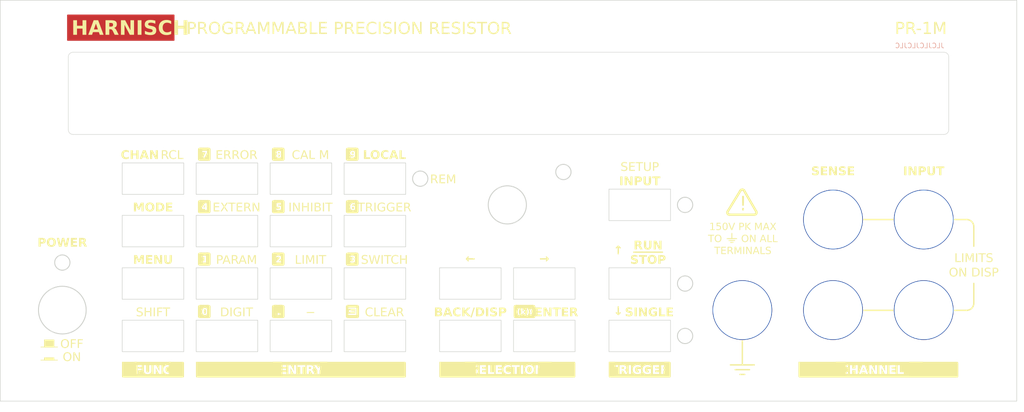
<source format=kicad_pcb>
(kicad_pcb (version 20221018) (generator pcbnew)
  (layers (0 "F.Cu" signal) (31 "B.Cu" signal) (34 "B.Paste" user) (35 "F.Paste" user) (36 "B.SilkS" user "B.Silkscreen") (37 "F.SilkS" user "F.Silkscreen") (38 "B.Mask" user) (39 "F.Mask" user) (44 "Edge.Cuts" user))
  (net 0 "")
  (footprint "02_Sebastian_FrontPanel:CK PE" (layer "F.Cu") (at 122 98.4)
    (fp_text reference "SW14" hide)
    (fp_text value "CK PE xx")
    (fp_rect (start -6.45 -3.3) (end 6.45 3.3) (stroke (width 0.12)) (fill none) (layer "Edge.Cuts"))
  )
  (footprint "02_Sebastian_FrontPanel:CK PE" (layer "F.Cu") (at 157.5 87.4)
    (fp_text reference "SW19" hide)
    (fp_text value "CK PE xx")
    (fp_rect (start -6.45 -3.3) (end 6.45 3.3) (stroke (width 0.12)) (fill none) (layer "Edge.Cuts"))
  )
  (footprint "02_Sebastian_FrontPanel:CK PE" (layer "F.Cu") (at 122 65.4)
    (fp_text reference "SW6" hide)
    (fp_text value "CK PE xx")
    (fp_rect (start -6.45 -3.3) (end 6.45 3.3) (stroke (width 0.12)) (fill none) (layer "Edge.Cuts"))
  )
  (footprint "02_Sebastian_FrontPanel:CK PE" (layer "F.Cu") (at 75.5 87.4)
    (fp_text reference "SW9" hide)
    (fp_text value "CK PE xx")
    (fp_rect (start -6.45 -3.3) (end 6.45 3.3) (stroke (width 0.12)) (fill none) (layer "Edge.Cuts"))
  )
  (footprint "02_Sebastian_FrontPanel:CK PE" (layer "F.Cu") (at 142 98.4)
    (fp_text reference "SW16" hide)
    (fp_text value "CK PE xx")
    (fp_rect (start -6.45 -3.3) (end 6.45 3.3) (stroke (width 0.12)) (fill none) (layer "Edge.Cuts"))
  )
  (footprint "02_Sebastian_FrontPanel:CK PE" (layer "F.Cu") (at 91 98.4)
    (fp_text reference "SW5" hide)
    (fp_text value "CK PE xx")
    (fp_rect (start -6.45 -3.3) (end 6.45 3.3) (stroke (width 0.12)) (fill none) (layer "Edge.Cuts"))
  )
  (footprint "01_Sebastian:Triangle_Warning" (layer "F.Cu") (at 199 70.975)
    (fp_text reference "LOGO1" hide)
    (fp_text value "SYMBOL_TRIANGLE_WARNING")
    (fp_text user "!" (at -0.7 1.6 unlocked) (layer "F.SilkS") (effects (font (size 3 3)) (justify left bottom)))
    (fp_line (start -3.095999 1.333989) (end -0.403837 -3.062981) (stroke (width 0.5)) (layer "F.SilkS"))
    (fp_line (start -2.695727 1.9812) (end 2.543634 1.9812) (stroke (width 0.5)) (layer "F.SilkS"))
    (fp_line (start 2.904 1.310948) (end 0.356801 -3.086021) (stroke (width 0.5)) (layer "F.SilkS"))
    (fp_arc (start -2.695727 1.9812) (mid -3.076349 1.769218) (end -3.095999 1.333989) (stroke (width 0.5)) (layer "F.SilkS"))
    (fp_arc (start -0.403837 -3.062981) (mid -0.029943 -3.286619) (end 0.356801 -3.086021) (stroke (width 0.5)) (layer "F.SilkS"))
    (fp_arc (start 2.904 1.310948) (mid 2.910729 1.746568) (end 2.543634 1.9812) (stroke (width 0.5)) (layer "F.SilkS"))
  )
  (footprint "02_Sebastian_FrontPanel:SEB_7080_NI_ARRAY_5" (layer "F.Cu") (at 227.5 83.475 -90)
    (fp_text reference "J1" hide)
    (fp_text value "5_Socket_Terminal")
    (pad "" np_thru_hole circle locked (at -9.5 -9.5 270) (size 12.5 12.5) (drill 12.2) (layers "F&B.Cu" "*.Mask"))
    (pad "" np_thru_hole circle locked (at -9.5 9.5 270) (size 12.5 12.5) (drill 12.2) (layers "F&B.Cu" "*.Mask"))
    (pad "" np_thru_hole circle locked (at 9.5 -9.5 270) (size 12.5 12.5) (drill 12.2) (layers "F&B.Cu" "*.Mask"))
    (pad "" np_thru_hole circle locked (at 9.5 9.5 270) (size 12.5 12.5) (drill 12.2) (layers "F&B.Cu" "*.Mask"))
    (pad "" np_thru_hole circle locked (at 9.5 28.5 270) (size 12.5 12.5) (drill 12.2) (layers "F&B.Cu" "*.Mask"))
  )
  (footprint "02_Sebastian_FrontPanel:CK PE" (layer "F.Cu") (at 75.5 65.4)
    (fp_text reference "SW18" hide)
    (fp_text value "CK PE xx")
    (fp_rect (start -6.45 -3.3) (end 6.45 3.3) (stroke (width 0.12)) (fill none) (layer "Edge.Cuts"))
  )
  (footprint "02_Sebastian_FrontPanel:CK PE" (layer "F.Cu") (at 106.5 98.4)
    (fp_text reference "SW13" hide)
    (fp_text value "CK PE xx")
    (fp_rect (start -6.45 -3.3) (end 6.45 3.3) (stroke (width 0.12)) (fill none) (layer "Edge.Cuts"))
  )
  (footprint "02_Sebastian_FrontPanel:CK PE" (layer "F.Cu") (at 75.5 76.4)
    (fp_text reference "SW17" hide)
    (fp_text value "CK PE xx")
    (fp_rect (start -6.45 -3.3) (end 6.45 3.3) (stroke (width 0.12)) (fill none) (layer "Edge.Cuts"))
  )
  (footprint "02_Sebastian_FrontPanel:CK PE" (layer "F.Cu") (at 142 87.4)
    (fp_text reference "SW15" hide)
    (fp_text value "CK PE xx")
    (fp_rect (start -6.45 -3.3) (end 6.45 3.3) (stroke (width 0.12)) (fill none) (layer "Edge.Cuts"))
  )
  (footprint "02_Sebastian_FrontPanel:CK PE" (layer "F.Cu") (at 75.5 98.4)
    (fp_text reference "SW1" hide)
    (fp_text value "CK PE xx")
    (fp_rect (start -6.45 -3.3) (end 6.45 3.3) (stroke (width 0.12)) (fill none) (layer "Edge.Cuts"))
  )
  (footprint "02_Sebastian_FrontPanel:CK PE" (layer "F.Cu") (at 122 76.4)
    (fp_text reference "SW7" hide)
    (fp_text value "CK PE xx")
    (fp_rect (start -6.45 -3.3) (end 6.45 3.3) (stroke (width 0.12)) (fill none) (layer "Edge.Cuts"))
  )
  (footprint "02_Sebastian_FrontPanel:CK PE" (layer "F.Cu") (at 106.5 87.4)
    (fp_text reference "SW12" hide)
    (fp_text value "CK PE xx")
    (fp_rect (start -6.45 -3.3) (end 6.45 3.3) (stroke (width 0.12)) (fill none) (layer "Edge.Cuts"))
  )
  (footprint "02_Sebastian_FrontPanel:CK PE" (layer "F.Cu") (at 157.5 98.4)
    (fp_text reference "SW20" hide)
    (fp_text value "CK PE xx")
    (fp_rect (start -6.45 -3.3) (end 6.45 3.3) (stroke (width 0.12)) (fill none) (layer "Edge.Cuts"))
  )
  (footprint "02_Sebastian_FrontPanel:CK PE" (layer "F.Cu") (at 177.5 70.9)
    (fp_text reference "SW23" hide)
    (fp_text value "CK PE xx")
    (fp_rect (start -6.45 -3.3) (end 6.45 3.3) (stroke (width 0.12)) (fill none) (layer "Edge.Cuts"))
  )
  (footprint "02_Sebastian_FrontPanel:CK PE" (layer "F.Cu") (at 91 87.4)
    (fp_text reference "SW4" hide)
    (fp_text value "CK PE xx")
    (fp_rect (start -6.45 -3.3) (end 6.45 3.3) (stroke (width 0.12)) (fill none) (layer "Edge.Cuts"))
  )
  (footprint "02_Sebastian_FrontPanel:CK PE" (layer "F.Cu") (at 122 87.4)
    (fp_text reference "SW8" hide)
    (fp_text value "CK PE xx")
    (fp_rect (start -6.45 -3.3) (end 6.45 3.3) (stroke (width 0.12)) (fill none) (layer "Edge.Cuts"))
  )
  (footprint "02_Sebastian_FrontPanel:Front_Panel_42TE_With_Holes" (layer "F.Cu") (at 150 70.025)
    (fp_text reference "MP1" hide)
    (fp_text value "FrontPanel_42TE_2HE_With_Holes")
    (fp_rect (start -106.5 -42.05) (end 106.5 42.05) (stroke (width 0.12)) (fill none) (layer "Edge.Cuts"))
    (pad "" np_thru_hole circle locked (at -99.06 -39.025) (size 2.7 2.7) (drill 2.7) (layers "F&B.Cu" "*.Mask"))
    (pad "" np_thru_hole circle locked (at -99.06 39.025) (size 2.7 2.7) (drill 2.7) (layers "F&B.Cu" "*.Mask"))
    (pad "" np_thru_hole circle locked (at 99.06 -39.025) (size 2.7 2.7) (drill 2.7) (layers "F&B.Cu" "*.Mask"))
    (pad "" np_thru_hole circle locked (at 99.06 39.025) (size 2.7 2.7) (drill 2.7) (layers "F&B.Cu" "*.Mask"))
  )
  (footprint "02_Sebastian_FrontPanel:CK PE" (layer "F.Cu") (at 106.5 65.4)
    (fp_text reference "SW10" hide)
    (fp_text value "CK PE xx")
    (fp_rect (start -6.45 -3.3) (end 6.45 3.3) (stroke (width 0.12)) (fill none) (layer "Edge.Cuts"))
  )
  (footprint "02_Sebastian_FrontPanel:CK PE" (layer "F.Cu") (at 177.5 87.4)
    (fp_text reference "SW21" hide)
    (fp_text value "CK PE xx")
    (fp_rect (start -6.45 -3.3) (end 6.45 3.3) (stroke (width 0.12)) (fill none) (layer "Edge.Cuts"))
  )
  (footprint "02_Sebastian_FrontPanel:CK PE" (layer "F.Cu") (at 91 65.4)
    (fp_text reference "SW2" hide)
    (fp_text value "CK PE xx")
    (fp_rect (start -6.45 -3.3) (end 6.45 3.3) (stroke (width 0.12)) (fill none) (layer "Edge.Cuts"))
  )
  (footprint "02_Sebastian_FrontPanel:CK PE" (layer "F.Cu") (at 91 76.4)
    (fp_text reference "SW3" hide)
    (fp_text value "CK PE xx")
    (fp_rect (start -6.45 -3.3) (end 6.45 3.3) (stroke (width 0.12)) (fill none) (layer "Edge.Cuts"))
  )
  (footprint "02_Sebastian_FrontPanel:CK PE" (layer "F.Cu") (at 177.5 98.4)
    (fp_text reference "SW22" hide)
    (fp_text value "CK PE xx")
    (fp_rect (start -6.45 -3.3) (end 6.45 3.3) (stroke (width 0.12)) (fill none) (layer "Edge.Cuts"))
  )
  (footprint "02_Sebastian_FrontPanel:CK PE" (layer "F.Cu") (at 106.5 76.4)
    (fp_text reference "SW11" hide)
    (fp_text value "CK PE xx")
    (fp_rect (start -6.45 -3.3) (end 6.45 3.3) (stroke (width 0.12)) (fill none) (layer "Edge.Cuts"))
  )
  (gr_rect (start 52.75 99.225) (end 54.75 100.725) (stroke (width 0.15)) (fill solid) (layer "F.SilkS"))
  (gr_line (start 101 58.975) (end 102.5 58.975) (stroke (width 0.15)) (layer "F.SilkS"))
  (gr_line (start 243.5 73.975) (end 246 73.975) (stroke (width 0.3)) (layer "F.SilkS"))
  (gr_line (start 85.5 94.575) (end 87 94.575) (stroke (width 0.15)) (layer "F.SilkS"))
  (gr_line (start 151.65 91.975) (end 155.05 91.975) (stroke (width 0.15)) (layer "F.SilkS"))
  (gr_rect (start 100.85 83.175) (end 102.55 83.575) (stroke (width 0.15)) (fill solid) (layer "F.SilkS"))
  (gr_line (start 116.5 80.975) (end 118 80.975) (stroke (width 0.15)) (layer "F.SilkS"))
  (gr_poly (pts (xy 116.3 58.975) (xy 116.2409 58.977882) (xy 116.131696 59.023116) (xy 116.048116 59.106696) (xy 116.002882 59.2159) (xy 116 59.275) (xy 116 61.275) (xy 116.002882 61.3341) (xy 116.048116 61.443304) (xy 116.131696 61.526884) (xy 116.2409 61.572118) (xy 116.3 61.575) (xy 116.6 61.575) (xy 116.6 58.975)) (stroke (width 0.15)) (fill solid) (layer "F.SilkS"))
  (gr_line (start 85.5 58.975) (end 87 58.975) (stroke (width 0.15)) (layer "F.SilkS"))
  (gr_line (start 101 83.575) (end 102.5 83.575) (stroke (width 0.15)) (layer "F.SilkS"))
  (gr_rect (start 116.45 83.175) (end 118.15 83.575) (stroke (width 0.15)) (fill solid) (layer "F.SilkS"))
  (gr_poly (pts (xy 100.8 91.975) (xy 100.7409 91.977882) (xy 100.631696 92.023116) (xy 100.548116 92.106696) (xy 100.502882 92.2159) (xy 100.5 92.275) (xy 100.5 94.275) (xy 100.502882 94.3341) (xy 100.548116 94.443304) (xy 100.631696 94.526884) (xy 100.7409 94.572118) (xy 100.8 94.575) (xy 101.4 94.575) (xy 101.4 91.975)) (stroke (width 0.15)) (fill solid) (layer "F.SilkS"))
  (gr_rect (start 85.4 69.975) (end 87.1 70.375) (stroke (width 0.15)) (fill solid) (layer "F.SilkS"))
  (gr_poly (pts (xy 87.2 72.575) (xy 87.2591 72.572118) (xy 87.368304 72.526884) (xy 87.451884 72.443304) (xy 87.497118 72.3341) (xy 87.5 72.275) (xy 87.5 70.275) (xy 87.497118 70.2159) (xy 87.451884 70.106696) (xy 87.368304 70.023116) (xy 87.2591 69.977882) (xy 87.2 69.975) (xy 86.9 69.975) (xy 86.9 72.575)) (stroke (width 0.15)) (fill solid) (layer "F.SilkS"))
  (gr_rect (start 182.85 104.075) (end 183.75 106.875) (stroke (width 0.5)) (fill solid) (layer "F.SilkS"))
  (gr_rect (start 116.45 72.175) (end 118.15 72.575) (stroke (width 0.15)) (fill solid) (layer "F.SilkS"))
  (gr_line (start 85.5 69.975) (end 87 69.975) (stroke (width 0.15)) (layer "F.SilkS"))
  (gr_rect (start 171.4 104.075) (end 183.6 106.875) (stroke (width 0.5)) (fill none) (layer "F.SilkS"))
  (gr_rect (start 151.6 91.975) (end 155.1 92.375) (stroke (width 0.15)) (fill solid) (layer "F.SilkS"))
  (gr_line (start 116.5 69.975) (end 118 69.975) (stroke (width 0.15)) (layer "F.SilkS"))
  (gr_line (start 116.5 83.575) (end 118 83.575) (stroke (width 0.15)) (layer "F.SilkS"))
  (gr_line (start 197.5 105.475) (end 200.5 105.475) (stroke (width 0.3)) (layer "F.SilkS"))
  (gr_rect (start 100.95 72.175) (end 102.65 72.575) (stroke (width 0.15)) (fill solid) (layer "F.SilkS"))
  (gr_line (start 101 72.575) (end 102.5 72.575) (stroke (width 0.15)) (layer "F.SilkS"))
  (gr_poly (pts (xy 116.3 69.975) (xy 116.2409 69.977882) (xy 116.131696 70.023116) (xy 116.048116 70.106696) (xy 116.002882 70.2159) (xy 116 70.275) (xy 116 72.275) (xy 116.002882 72.3341) (xy 116.048116 72.443304) (xy 116.131696 72.526884) (xy 116.2409 72.572118) (xy 116.3 72.575) (xy 116.6 72.575) (xy 116.6 69.975)) (stroke (width 0.15)) (fill solid) (layer "F.SilkS"))
  (gr_poly (pts (xy 85.3 58.975) (xy 85.2409 58.977882) (xy 85.131696 59.023116) (xy 85.048116 59.106696) (xy 85.002882 59.2159) (xy 85 59.275) (xy 85 61.275) (xy 85.002882 61.3341) (xy 85.048116 61.443304) (xy 85.131696 61.526884) (xy 85.2409 61.572118) (xy 85.3 61.575) (xy 85.6 61.575) (xy 85.6 58.975)) (stroke (width 0.15)) (fill solid) (layer "F.SilkS"))
  (gr_rect (start 100.9 69.975) (end 102.6 70.375) (stroke (width 0.15)) (fill solid) (layer "F.SilkS"))
  (gr_poly (pts (xy 116.3 91.975) (xy 116.2409 91.977882) (xy 116.131696 92.023116) (xy 116.048116 92.106696) (xy 116.002882 92.2159) (xy 116 92.275) (xy 116 94.275) (xy 116.002882 94.3341) (xy 116.048116 94.443304) (xy 116.131696 94.526884) (xy 116.2409 94.572118) (xy 116.3 94.575) (xy 116.35 94.575) (xy 116.35 91.975)) (stroke (width 0.15)) (fill solid) (layer "F.SilkS"))
  (gr_poly (pts (xy 151.45 91.975) (xy 151.3909 91.977882) (xy 151.281696 92.023116) (xy 151.198116 92.106696) (xy 151.152882 92.2159) (xy 151.15 92.275) (xy 151.15 94.275) (xy 151.152882 94.3341) (xy 151.198116 94.443304) (xy 151.281696 94.526884) (xy 151.3909 94.572118) (xy 151.45 94.575) (xy 151.75 94.575) (xy 151.75 91.975)) (stroke (width 0.15)) (fill solid) (layer "F.SilkS"))
  (gr_rect (start 141.05 104.075) (end 158.95 106.875) (stroke (width 0.5)) (fill none) (layer "F.SilkS"))
  (gr_poly (pts (xy 118.2 83.575) (xy 118.2591 83.572118) (xy 118.368304 83.526884) (xy 118.451884 83.443304) (xy 118.497118 83.3341) (xy 118.5 83.275) (xy 118.5 81.275) (xy 118.497118 81.2159) (xy 118.451884 81.106696) (xy 118.368304 81.023116) (xy 118.2591 80.977882) (xy 118.2 80.975) (xy 117.9 80.975) (xy 117.9 83.575)) (stroke (width 0.15)) (fill solid) (layer "F.SilkS"))
  (gr_line (start 224.5 93.025) (end 230.5 93.025) (stroke (width 0.3)) (layer "F.SilkS"))
  (gr_rect (start 79.05 104.075) (end 81.75 106.875) (stroke (width 0.5)) (fill solid) (layer "F.SilkS"))
  (gr_rect (start 116.4 80.975) (end 118.1 81.375) (stroke (width 0.15)) (fill solid) (layer "F.SilkS"))
  (gr_poly (pts (xy 155.25 94.575) (xy 155.3091 94.572118) (xy 155.418304 94.526884) (xy 155.501884 94.443304) (xy 155.547118 94.3341) (xy 155.55 94.275) (xy 155.55 92.275) (xy 155.547118 92.2159) (xy 155.501884 92.106696) (xy 155.418304 92.023116) (xy 155.3091 91.977882) (xy 155.25 91.975) (xy 154.95 91.975) (xy 154.95 94.575)) (stroke (width 0.15)) (fill solid) (layer "F.SilkS"))
  (gr_line (start 196.55 78.775) (end 197.05 78.775) (stroke (width 0.2)) (layer "F.SilkS"))
  (gr_line (start 116.3 91.975) (end 118 91.975) (stroke (width 0.15)) (layer "F.SilkS"))
  (gr_line (start 195.8 77.975) (end 197.8 77.975) (stroke (width 0.2)) (layer "F.SilkS"))
  (gr_line (start 85.5 61.575) (end 87 61.575) (stroke (width 0.15)) (layer "F.SilkS"))
  (gr_line (start 198.5 106.475) (end 199.5 106.475) (stroke (width 0.3)) (layer "F.SilkS"))
  (gr_line (start 196.2 78.375) (end 197.4 78.375) (stroke (width 0.2)) (layer "F.SilkS"))
  (gr_rect (start 85.4 61.075) (end 87.1 61.575) (stroke (width 0.15)) (fill solid) (layer "F.SilkS"))
  (gr_rect (start 211 104.075) (end 220.55 106.875) (stroke (width 0.5)) (fill solid) (layer "F.SilkS"))
  (gr_rect (start 100.9 80.975) (end 102.6 81.375) (stroke (width 0.15)) (fill solid) (layer "F.SilkS"))
  (gr_rect (start 151.65 94.175) (end 155.15 94.575) (stroke (width 0.15)) (fill solid) (layer "F.SilkS"))
  (gr_poly (pts (xy 85.3 69.975) (xy 85.2409 69.977882) (xy 85.131696 70.023116) (xy 85.048116 70.106696) (xy 85.002882 70.2159) (xy 85 70.275) (xy 85 72.275) (xy 85.002882 72.3341) (xy 85.048116 72.443304) (xy 85.131696 72.526884) (xy 85.2409 72.572118) (xy 85.3 72.575) (xy 85.6 72.575) (xy 85.6 69.975)) (stroke (width 0.15)) (fill solid) (layer "F.SilkS"))
  (gr_poly (pts (xy 102.7 83.575) (xy 102.7591 83.572118) (xy 102.868304 83.526884) (xy 102.951884 83.443304) (xy 102.997118 83.3341) (xy 103 83.275) (xy 103 81.275) (xy 102.997118 81.2159) (xy 102.951884 81.106696) (xy 102.868304 81.023116) (xy 102.7591 80.977882) (xy 102.7 80.975) (xy 102.4 80.975) (xy 102.4 83.575)) (stroke (width 0.15)) (fill solid) (layer "F.SilkS"))
  (gr_rect (start 116.4 58.975) (end 118.1 59.375) (stroke (width 0.15)) (fill solid) (layer "F.SilkS"))
  (gr_rect (start 100.85 104.075) (end 111.95 106.875) (stroke (width 0.5)) (fill none) (layer "F.SilkS"))
  (gr_rect (start 100.9 58.975) (end 102.6 59.375) (stroke (width 0.15)) (fill solid) (layer "F.SilkS"))
  (gr_line (start 247.5 75.475) (end 247.5 79.575) (stroke (width 0.3)) (layer "F.SilkS"))
  (gr_rect (start 156.45 104.075) (end 163.75 106.875) (stroke (width 0.5)) (fill solid) (layer "F.SilkS"))
  (gr_line (start 85.5 83.575) (end 87 83.575) (stroke (width 0.15)) (layer "F.SilkS"))
  (gr_rect (start 85.45 80.975) (end 87.15 81.375) (stroke (width 0.15)) (fill solid) (layer "F.SilkS"))
  (gr_rect (start 110.75 104.075) (end 128.25 106.875) (stroke (width 0.5)) (fill solid) (layer "F.SilkS"))
  (gr_line (start 85.5 72.575) (end 87 72.575) (stroke (width 0.15)) (layer "F.SilkS"))
  (gr_line (start 196.5 104.475) (end 201.5 104.475) (stroke (width 0.3)) (layer "F.SilkS"))
  (gr_poly (pts (xy 102.7 94.575) (xy 102.7591 94.572118) (xy 102.868304 94.526884) (xy 102.951884 94.443304) (xy 102.997118 94.3341) (xy 103 94.275) (xy 103 92.275) (xy 102.997118 92.2159) (xy 102.951884 92.106696) (xy 102.868304 92.023116) (xy 102.7591 91.977882) (xy 102.7 91.975) (xy 102.1 91.975) (xy 102.1 94.575)) (stroke (width 0.15)) (fill solid) (layer "F.SilkS"))
  (gr_rect (start 84.75 104.075) (end 102.4 106.875) (stroke (width 0.5)) (fill solid) (layer "F.SilkS"))
  (gr_poly (pts (xy 87.2 61.575) (xy 87.2591 61.572118) (xy 87.368304 61.526884) (xy 87.451884 61.443304) (xy 87.497118 61.3341) (xy 87.5 61.275) (xy 87.5 59.275) (xy 87.497118 59.2159) (xy 87.451884 59.106696) (xy 87.368304 59.023116) (xy 87.2591 58.977882) (xy 87.2 58.975) (xy 86.9 58.975) (xy 86.9 61.575)) (stroke (width 0.15)) (fill solid) (layer "F.SilkS"))
  (gr_rect (start 85.4 91.975) (end 87.1 92.375) (stroke (width 0.15)) (fill solid) (layer "F.SilkS"))
  (gr_rect (start 100.85 94.175) (end 102.55 94.575) (stroke (width 0.15)) (fill solid) (layer "F.SilkS"))
  (gr_rect (start 100.95 61.175) (end 102.65 61.575) (stroke (width 0.15)) (fill solid) (layer "F.SilkS"))
  (gr_rect (start 69.25 104.075) (end 72 106.875) (stroke (width 0.5)) (fill solid) (layer "F.SilkS"))
  (gr_rect (start 234.2 104.075) (end 244 106.875) (stroke (width 0.5)) (fill solid) (layer "F.SilkS"))
  (gr_line (start 116.5 58.975) (end 118 58.975) (stroke (width 0.15)) (layer "F.SilkS"))
  (gr_rect (start 85.45 83.175) (end 87.15 83.575) (stroke (width 0.15)) (fill solid) (layer "F.SilkS"))
  (gr_poly (pts (xy 100.8 58.975) (xy 100.7409 58.977882) (xy 100.631696 59.023116) (xy 100.548116 59.106696) (xy 100.502882 59.2159) (xy 100.5 59.275) (xy 100.5 61.275) (xy 100.502882 61.3341) (xy 100.548116 61.443304) (xy 100.631696 61.526884) (xy 100.7409 61.572118) (xy 100.8 61.575) (xy 101.1 61.575) (xy 101.1 58.975)) (stroke (width 0.15)) (fill solid) (layer "F.SilkS"))
  (gr_poly (pts (xy 118.2 61.575) (xy 118.2591 61.572118) (xy 118.368304 61.526884) (xy 118.451884 61.443304) (xy 118.497118 61.3341) (xy 118.5 61.275) (xy 118.5 59.275) (xy 118.497118 59.2159) (xy 118.451884 59.106696) (xy 118.368304 59.023116) (xy 118.2591 58.977882) (xy 118.2 58.975) (xy 117.9 58.975) (xy 117.9 61.575)) (stroke (width 0.15)) (fill solid) (layer "F.SilkS"))
  (gr_line (start 196.8 77.975) (end 196.8 76.875) (stroke (width 0.2)) (layer "F.SilkS"))
  (gr_rect (start 218.8 104.075) (end 236.7 106.875) (stroke (width 0.5)) (fill none) (layer "F.SilkS"))
  (gr_line (start 116.3 94.575) (end 118.3 94.575) (stroke (width 0.15)) (layer "F.SilkS"))
  (gr_poly (pts (xy 116.3 80.975) (xy 116.2409 80.977882) (xy 116.131696 81.023116) (xy 116.048116 81.106696) (xy 116.002882 81.2159) (xy 116 81.275) (xy 116 83.275) (xy 116.002882 83.3341) (xy 116.048116 83.443304) (xy 116.131696 83.526884) (xy 116.2409 83.572118) (xy 116.3 83.575) (xy 116.6 83.575) (xy 116.6 80.975)) (stroke (width 0.15)) (fill solid) (layer "F.SilkS"))
  (gr_line (start 116.5 72.575) (end 118 72.575) (stroke (width 0.15)) (layer "F.SilkS"))
  (gr_poly (pts (xy 102.7 72.575) (xy 102.7591 72.572118) (xy 102.868304 72.526884) (xy 102.951884 72.443304) (xy 102.997118 72.3341) (xy 103 72.275) (xy 103 70.275) (xy 102.997118 70.2159) (xy 102.951884 70.106696) (xy 102.868304 70.023116) (xy 102.7591 69.977882) (xy 102.7 69.975) (xy 102.4 69.975) (xy 102.4 72.575)) (stroke (width 0.15)) (fill solid) (layer "F.SilkS"))
  (gr_arc (start 247.5 91.525) (mid 247.06066 92.58566) (end 246 93.025) (stroke (width 0.3)) (layer "F.SilkS"))
  (gr_poly (pts (xy 100.8 69.975) (xy 100.7409 69.977882) (xy 100.631696 70.023116) (xy 100.548116 70.106696) (xy 100.502882 70.2159) (xy 100.5 70.275) (xy 100.5 72.275) (xy 100.502882 72.3341) (xy 100.548116 72.443304) (xy 100.631696 72.526884) (xy 100.7409 72.572118) (xy 100.8 72.575) (xy 101.1 72.575) (xy 101.1 69.975)) (stroke (width 0.15)) (fill solid) (layer "F.SilkS"))
  (gr_poly (pts (xy 100.8 80.975) (xy 100.7409 80.977882) (xy 100.631696 81.023116) (xy 100.548116 81.106696) (xy 100.502882 81.2159) (xy 100.5 81.275) (xy 100.5 83.275) (xy 100.502882 83.3341) (xy 100.548116 83.443304) (xy 100.631696 83.526884) (xy 100.7409 83.572118) (xy 100.8 83.575) (xy 101.1 83.575) (xy 101.1 80.975)) (stroke (width 0.15)) (fill solid) (layer "F.SilkS"))
  (gr_rect (start 85.45 72.175) (end 87.15 72.575) (stroke (width 0.15)) (fill solid) (layer "F.SilkS"))
  (gr_line (start 52 103.475) (end 55.5 103.475) (stroke (width 0.15)) (layer "F.SilkS"))
  (gr_rect (start 116.4 94.075) (end 118.15 94.575) (stroke (width 0.15)) (fill solid) (layer "F.SilkS"))
  (gr_poly (pts (xy 87.2 83.575) (xy 87.2591 83.572118) (xy 87.368304 83.526884) (xy 87.451884 83.443304) (xy 87.497118 83.3341) (xy 87.5 83.275) (xy 87.5 81.275) (xy 87.497118 81.2159) (xy 87.451884 81.106696) (xy 87.368304 81.023116) (xy 87.2591 80.977882) (xy 87.2 80.975) (xy 86.7 80.975) (xy 86.7 83.575)) (stroke (width 0.15)) (fill solid) (layer "F.SilkS"))
  (gr_line (start 176.25 80.825) (end 182.25 80.825) (stroke (width 0.3)) (layer "F.SilkS"))
  (gr_poly (pts (xy 118.2 72.575) (xy 118.2591 72.572118) (xy 118.368304 72.526884) (xy 118.451884 72.443304) (xy 118.497118 72.3341) (xy 118.5 72.275) (xy 118.5 70.275) (xy 118.497118 70.2159) (xy 118.451884 70.106696) (xy 118.368304 70.023116) (xy 118.2591 69.977882) (xy 118.2 69.975) (xy 117.9 69.975) (xy 117.9 72.575)) (stroke (width 0.15)) (fill solid) (layer "F.SilkS"))
  (gr_rect (start 116.45 69.975) (end 118.15 70.375) (stroke (width 0.15)) (fill solid) (layer "F.SilkS"))
  (gr_poly (pts (xy 87.2 94.575) (xy 87.2591 94.572118) (xy 87.368304 94.526884) (xy 87.451884 94.443304) (xy 87.497118 94.3341) (xy 87.5 94.275) (xy 87.5 92.275) (xy 87.497118 92.2159) (xy 87.451884 92.106696) (xy 87.368304 92.023116) (xy 87.2591 91.977882) (xy 87.2 91.975) (xy 86.9 91.975) (xy 86.9 94.575)) (stroke (width 0.15)) (fill solid) (layer "F.SilkS"))
  (gr_line (start 85.5 91.975) (end 87 91.975) (stroke (width 0.15)) (layer "F.SilkS"))
  (gr_poly (pts (xy 102.7 61.575) (xy 102.7591 61.572118) (xy 102.868304 61.526884) (xy 102.951884 61.443304) (xy 102.997118 61.3341) (xy 103 61.275) (xy 103 59.275) (xy 102.997118 59.2159) (xy 102.951884 59.106696) (xy 102.868304 59.023116) (xy 102.7591 58.977882) (xy 102.7 58.975) (xy 102.4 58.975) (xy 102.4 61.575)) (stroke (width 0.15)) (fill solid) (layer "F.SilkS"))
  (gr_line (start 151.65 94.575) (end 155.05 94.575) (stroke (width 0.15)) (layer "F.SilkS"))
  (gr_line (start 224.5 73.975) (end 230.5 73.975) (stroke (width 0.3)) (layer "F.SilkS"))
  (gr_line (start 116.5 61.575) (end 118 61.575) (stroke (width 0.15)) (layer "F.SilkS"))
  (gr_rect (start 135.75 104.075) (end 143 106.875) (stroke (width 0.5)) (fill solid) (layer "F.SilkS"))
  (gr_line (start 101 61.575) (end 102.5 61.575) (stroke (width 0.15)) (layer "F.SilkS"))
  (gr_rect (start 116.25 91.975) (end 118.3 92.375) (stroke (width 0.15)) (fill solid) (layer "F.SilkS"))
  (gr_line (start 243.5 93.025) (end 246 93.025) (stroke (width 0.3)) (layer "F.SilkS"))
  (gr_line (start 85.5 80.975) (end 87 80.975) (stroke (width 0.15)) (layer "F.SilkS"))
  (gr_line (start 101 80.975) (end 102.5 80.975) (stroke (width 0.15)) (layer "F.SilkS"))
  (gr_poly (pts (xy 85.3 80.975) (xy 85.2409 80.977882) (xy 85.131696 81.023116) (xy 85.048116 81.106696) (xy 85.002882 81.2159) (xy 85 81.275) (xy 85 83.275) (xy 85.002882 83.3341) (xy 85.048116 83.443304) (xy 85.131696 83.526884) (xy 85.2409 83.572118) (xy 85.3 83.575) (xy 85.7 83.575) (xy 85.7 80.975)) (stroke (width 0.15)) (fill solid) (layer "F.SilkS"))
  (gr_rect (start 101 91.975) (end 102.5 93.475) (stroke (width 0.15)) (fill solid) (layer "F.SilkS"))
  (gr_line (start 101 91.975) (end 102.5 91.975) (stroke (width 0.15)) (layer "F.SilkS"))
  (gr_rect (start 85.35 58.975) (end 87.05 59.475) (stroke (width 0.15)) (fill solid) (layer "F.SilkS"))
  (gr_rect (start 71.85 104.075) (end 79.2 106.875) (stroke (width 0.5)) (fill none) (layer "F.SilkS"))
  (gr_line (start 247.5 91.525) (end 247.5 87.375) (stroke (width 0.3)) (layer "F.SilkS"))
  (gr_rect (start 85.45 94.175) (end 87.15 94.575) (stroke (width 0.15)) (fill solid) (layer "F.SilkS"))
  (gr_rect (start 116.35 61.175) (end 118.05 61.575) (stroke (width 0.15)) (fill solid) (layer "F.SilkS"))
  (gr_rect (start 171.25 104.075) (end 172.2 106.875) (stroke (width 0.5)) (fill solid) (layer "F.SilkS"))
  (gr_poly (pts (xy 118.3 94.575) (xy 118.3591 94.572118) (xy 118.468304 94.526884) (xy 118.551884 94.443304) (xy 118.597118 94.3341) (xy 118.6 94.275) (xy 118.6 92.275) (xy 118.597118 92.2159) (xy 118.551884 92.106696) (xy 118.468304 92.023116) (xy 118.3591 91.977882) (xy 118.3 91.975) (xy 118.2 91.975) (xy 118.2 94.575)) (stroke (width 0.15)) (fill solid) (layer "F.SilkS"))
  (gr_line (start 52 100.725) (end 55.5 100.725) (stroke (width 0.15)) (layer "F.SilkS"))
  (gr_line (start 101 69.975) (end 102.5 69.975) (stroke (width 0.15)) (layer "F.SilkS"))
  (gr_poly (pts (xy 85.3 91.975) (xy 85.2409 91.977882) (xy 85.131696 92.023116) (xy 85.048116 92.106696) (xy 85.002882 92.2159) (xy 85 92.275) (xy 85 94.275) (xy 85.002882 94.3341) (xy 85.048116 94.443304) (xy 85.131696 94.526884) (xy 85.2409 94.572118) (xy 85.3 94.575) (xy 85.6 94.575) (xy 85.6 91.975)) (stroke (width 0.15)) (fill solid) (layer "F.SilkS"))
  (gr_line (start 101 94.575) (end 102.5 94.575) (stroke (width 0.15)) (layer "F.SilkS"))
  (gr_line (start 199 104.475) (end 199 99.475) (stroke (width 0.3)) (layer "F.SilkS"))
  (gr_rect (start 52.75 102.975) (end 54.75 103.475) (stroke (width 0.15)) (fill solid) (layer "F.SilkS"))
  (gr_arc (start 246 73.975) (mid 247.06066 74.41434) (end 247.5 75.475) (stroke (width 0.3)) (layer "F.SilkS"))
  (gr_line locked (start 58.75 38.875) (end 241.25 38.875) (stroke (width 0.1)) (layer "Edge.Cuts"))
  (gr_circle locked (center 131.5 65.4) (end 133.1 65.4) (stroke (width 0.2)) (fill none) (layer "Edge.Cuts"))
  (gr_arc locked (start 57.75 39.875) (mid 58.042893 39.167893) (end 58.75 38.875) (stroke (width 0.1)) (layer "Edge.Cuts"))
  (gr_line locked (start 241.25 56.125) (end 58.75 56.125) (stroke (width 0.1)) (layer "Edge.Cuts"))
  (gr_arc locked (start 58.75 56.125) (mid 58.042893 55.832107) (end 57.75 55.125) (stroke (width 0.1)) (layer "Edge.Cuts"))
  (gr_arc locked (start 242.25 55.125) (mid 241.957107 55.832107) (end 241.25 56.125) (stroke (width 0.1)) (layer "Edge.Cuts"))
  (gr_circle locked (center 149.75 70.9) (end 153.75 70.9) (stroke (width 0.2)) (fill none) (layer "Edge.Cuts"))
  (gr_line locked (start 57.75 55.125) (end 57.75 39.875) (stroke (width 0.1)) (layer "Edge.Cuts"))
  (gr_circle locked (center 187 87.4) (end 188.6 87.4) (stroke (width 0.2)) (fill none) (layer "Edge.Cuts"))
  (gr_arc locked (start 241.25 38.875) (mid 241.957107 39.167893) (end 242.25 39.875) (stroke (width 0.1)) (layer "Edge.Cuts"))
  (gr_circle (center 56.5 92.975) (end 61.5 92.975) (stroke (width 0.2)) (fill none) (layer "Edge.Cuts"))
  (gr_line locked (start 242.25 39.875) (end 242.25 55.125) (stroke (width 0.1)) (layer "Edge.Cuts"))
  (gr_circle locked (center 187 70.9) (end 188.6 70.9) (stroke (width 0.2)) (fill none) (layer "Edge.Cuts"))
  (gr_circle locked (center 161.5 64) (end 163.1 64) (stroke (width 0.2)) (fill none) (layer "Edge.Cuts"))
  (gr_circle locked (center 56.5 83) (end 58.1 83) (stroke (width 0.2)) (fill none) (layer "Edge.Cuts"))
  (gr_circle locked (center 187 98.4) (end 188.6 98.4) (stroke (width 0.2)) (fill none) (layer "Edge.Cuts"))
  (gr_text "JLCJLCJLCJLC" (at 241.4 38.075) (layer "B.SilkS") (effects (font (size 1 1) (thickness 0.153)) (justify left bottom mirror)))
  (gr_text "4" (at 85.7 72.225) (layer "F.SilkS" knockout) (effects (font (size 1.4 1.4) (thickness 0.28) bold) (justify left bottom)))
  (gr_text "3" (at 116.7 83.225) (layer "F.SilkS" knockout) (effects (font (size 1.4 1.4) (thickness 0.28) bold) (justify left bottom)))
  (gr_text "SHIFT" (at 75.5 94.575) (layer "F.SilkS") (effects (font (size 1.8 1.8) (thickness 0.225)) (justify bottom)))
  (gr_text "LIMITS\nON DISP" (at 247.5 86.225) (layer "F.SilkS") (effects (font (size 1.8 1.8) (thickness 0.225)) (justify bottom)))
  (gr_text "REM" (at 136.3 66.675) (layer "F.SilkS") (effects (font (size 1.8 1.8) (thickness 0.225)) (justify bottom)))
  (gr_text "TRIGGER" (at 124 72.575) (layer "F.SilkS") (effects (font (size 1.8 1.8) (thickness 0.225)) (justify bottom)))
  (gr_text "EXTERN" (at 93 72.575) (layer "F.SilkS") (effects (font (size 1.8 1.8) (thickness 0.225)) (justify bottom)))
  (gr_text "6" (at 116.7 72.225) (layer "F.SilkS" knockout) (effects (font (size 1.4 1.4) (thickness 0.28) bold) (justify left bottom)))
  (gr_text "MODE" (at 75.5 72.575) (layer "F.SilkS") (effects (font (size 1.8 1.8) (thickness 0.36) bold) (justify bottom)))
  (gr_text "RUN\nSTOP" (at 179.25 83.575) (layer "F.SilkS") (effects (font (size 1.8 1.8) (thickness 0.36) bold) (justify bottom)))
  (gr_text "SELECTION" (at 149.75 106.675) (layer "F.SilkS" knockout) (effects (font (size 1.8 1.8) (thickness 0.3) bold) (justify bottom)))
  (gr_text "SINGLE" (at 179.5 94.575) (layer "F.SilkS") (effects (font (size 1.8 1.8) (thickness 0.36) bold) (justify bottom)))
  (gr_text "2" (at 101.2 83.225) (layer "F.SilkS" knockout) (effects (font (size 1.4 1.4) (thickness 0.28) bold) (justify left bottom)))
  (gr_text "SWITCH" (at 124 83.575) (layer "F.SilkS") (effects (font (size 1.8 1.8) (thickness 0.225)) (justify bottom)))
  (gr_text "ENTER" (at 160 94.575) (layer "F.SilkS") (effects (font (size 1.8 1.8) (thickness 0.36) bold) (justify bottom)))
  (gr_text "." (at 101.5 94.225) (layer "F.SilkS" knockout) (effects (font (size 1.4 1.4) (thickness 0.28) bold) (justify left bottom)))
  (gr_text "PR-1M" (at 230.95 35.475) (layer "F.SilkS") (effects (font (size 2.5 2.5) (thickness 0.375)) (justify left bottom)))
  (gr_text "MENU" (at 75.5 83.575) (layer "F.SilkS") (effects (font (size 1.8 1.8) (thickness 0.36) bold) (justify bottom)))
  (gr_text "9" (at 116.7 61.225) (layer "F.SilkS" knockout) (effects (font (size 1.4 1.4) (thickness 0.28) bold) (justify left bottom)))
  (gr_text "0" (at 85.7 94.225) (layer "F.SilkS" knockout) (effects (font (size 1.4 1.4) (thickness 0.28) bold) (justify left bottom)))
  (gr_text "ERROR" (at 93 61.575) (layer "F.SilkS") (effects (font (size 1.8 1.8) (thickness 0.225)) (justify bottom)))
  (gr_text "ON" (at 58.5 103.975) (layer "F.SilkS") (effects (font (size 1.8 1.8) (thickness 0.225)) (justify bottom)))
  (gr_text "CLEAR" (at 124 94.575) (layer "F.SilkS") (effects (font (size 1.8 1.8) (thickness 0.225)) (justify bottom)))
  (gr_text "RCL" (at 79.5 61.575) (layer "F.SilkS") (effects (font (size 1.8 1.8) (thickness 0.225)) (justify bottom)))
  (gr_text "ENTRY" (at 106.5 106.675) (layer "F.SilkS" knockout) (effects (font (size 1.8 1.8) (thickness 0.3) bold) (justify bottom)))
  (gr_text "−" (at 108.5 94.575) (layer "F.SilkS") (effects (font (size 1.8 1.8) (thickness 0.225)) (justify bottom)))
  (gr_text "INPUT" (at 237 64.975) (layer "F.SilkS") (effects (font (size 1.8 1.8) (thickness 0.45) bold) (justify bottom)))
  (gr_text "←" (at 116.45 93.925) (layer "F.SilkS" knockout) (effects (font (size 1.2 1.2) (thickness 0.24) bold) (justify left bottom)))
  (gr_text "DIGIT" (at 93 94.575) (layer "F.SilkS") (effects (font (size 1.8 1.8) (thickness 0.225)) (justify bottom)))
  (gr_text "150V PK MAX\nTO      ON ALL\nTERMINALS" (at 199.1 81.475) (layer "F.SilkS") (effects (font (size 1.5 1.5) (thickness 0.225)) (justify bottom)))
  (gr_text "CAL M" (at 108.5 61.575) (layer "F.SilkS") (effects (font (size 1.8 1.8) (thickness 0.225)) (justify bottom)))
  (gr_text "SENSE" (at 218 64.975) (layer "F.SilkS") (effects (font (size 1.8 1.8) (thickness 0.45) bold) (justify bottom)))
  (gr_text "1" (at 85.7 83.225) (layer "F.SilkS" knockout) (effects (font (size 1.4 1.4) (thickness 0.28) bold) (justify left bottom)))
  (gr_text "INHIBIT" (at 108.5 72.575) (layer "F.SilkS") (effects (font (size 1.8 1.8) (thickness 0.225)) (justify bottom)))
  (gr_text "PARAM" (at 93 83.575) (layer "F.SilkS") (effects (font (size 1.8 1.8) (thickness 0.225)) (justify bottom)))
  (gr_text "TRIGGER" (at 177.5 106.675) (layer "F.SilkS" knockout) (effects (font (size 1.8 1.8) (thickness 0.3) bold) (justify bottom)))
  (gr_text "BACK/DISP" (at 142 94.575) (layer "F.SilkS") (effects (font (size 1.8 1.8) (thickness 0.36) bold) (justify bottom)))
  (gr_text "LIMIT" (at 108.5 83.575) (layer "F.SilkS") (effects (font (size 1.8 1.8) (thickness 0.225)) (justify bottom)))
  (gr_text "→" (at 157.5 83.325) (layer "F.SilkS") (effects (font (size 1.8 1.8) (thickness 0.36) bold) (justify bottom)))
  (gr_text "CHAN" (at 72.75 61.575) (layer "F.SilkS") (effects (font (size 1.8 1.8) (thickness 0.36) bold) (justify bottom)))
  (gr_text "OFF" (at 58.5 101.225) (layer "F.SilkS") (effects (font (size 1.8 1.8) (thickness 0.225)) (justify bottom)))
  (gr_text "CHANNEL 1" (at 227.5 106.675) (layer "F.SilkS" knockout) (effects (font (size 1.8 1.8) (thickness 0.3) bold) (justify bottom)))
  (gr_text "SETUP" (at 177.5 64.075) (layer "F.SilkS") (effects (font (size 1.8 1.8) (thickness 0.225)) (justify bottom)))
  (gr_text "LOCAL" (at 124 61.575) (layer "F.SilkS") (effects (font (size 1.8 1.8) (thickness 0.36) bold) (justify bottom)))
  (gr_text "POWER" (at 56.5 79.975) (layer "F.SilkS") (effects (font (size 1.8 1.8) (thickness 0.36) bold) (justify bottom)))
  (gr_text "PROGRAMMABLE PRECISION RESISTOR" (at 82.5 35.475) (layer "F.SilkS") (effects (font (size 2.5 2.5) (thickness 0.375)) (justify left bottom)))
  (gr_text "5" (at 101.2 72.225) (layer "F.SilkS" knockout) (effects (font (size 1.4 1.4) (thickness 0.28) bold) (justify left bottom)))
  (gr_text "(k)Ω" (at 151.75 94.075) (layer "F.SilkS" knockout) (effects (font (size 1.2 1.2) (thickness 0.28) bold) (justify left bottom)))
  (gr_text "8" (at 101.2 61.225) (layer "F.SilkS" knockout) (effects (font (size 1.4 1.4) (thickness 0.28) bold) (justify left bottom)))
  (gr_text "7" (at 85.7 61.225) (layer "F.SilkS" knockout) (effects (font (size 1.4 1.4) (thickness 0.28) bold) (justify left bottom)))
  (gr_text "↓" (at 173 94.325) (layer "F.SilkS") (effects (font (size 1.8 1.8) (thickness 0.36) bold) (justify bottom)))
  (gr_text "↑" (at 173 81.575) (layer "F.SilkS") (effects (font (size 1.8 1.8) (thickness 0.36) bold) (justify bottom)))
  (gr_text "FUNC" (at 75.5 106.675) (layer "F.SilkS" knockout) (effects (font (size 1.8 1.8) (thickness 0.3) bold) (justify bottom)))
  (gr_text "←" (at 142 83.325) (layer "F.SilkS") (effects (font (size 1.8 1.8) (thickness 0.36) bold) (justify bottom)))
  (gr_text "HARNISCH" (at 58.4 35.725) (layer "F.SilkS") (effects (font (size 3 3) (thickness 0.6) bold) (justify left bottom)))
  (gr_text "INPUT" (at 177.5 67.075) (layer "F.SilkS") (effects (font (size 1.8 1.8) (thickness 0.36) bold) (justify bottom)))
  (zone (net 0) (net_name "") (layer "F.Cu") (connect_pads (clearance 0.5)) (min_thickness 0.25) (fill yes (thermal_gap 0.5) (thermal_bridge_width 0.5) (island_removal_mode 1) (island_area_min 10))
    (polygon (pts (xy 57.5 30.975) (xy 80 30.975) (xy 80 36.475) (xy 57.5 36.475)))
  )
)
</source>
